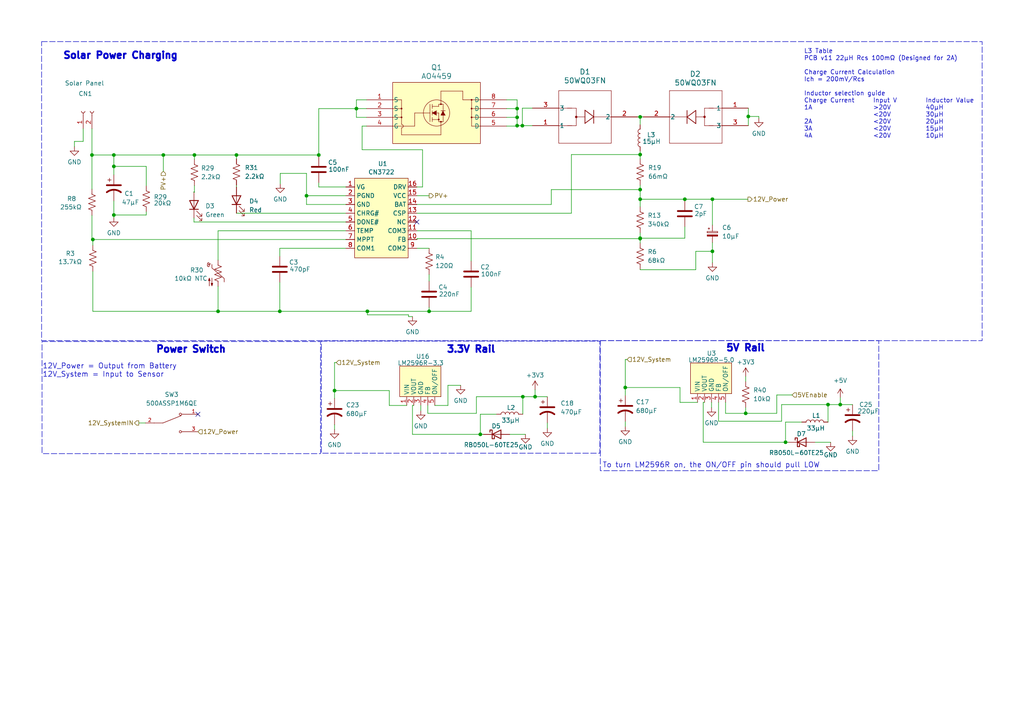
<source format=kicad_sch>
(kicad_sch (version 20230121) (generator eeschema)
  (paper "A4")
  (lib_symbols
    (symbol "500ASSP1M6QE:500ASSP1M6QE" (pin_names (offset 1.016))
      (property "Reference" "S" (at -2.54 5.08 0))
      (property "Value" "500ASSP1M6QE" (at -2.54 -5.08 0))
      (symbol "500ASSP1M6QE_0_0"
        (pin passive line (at 7.62 2.54 180) (length 2.54) (name "~") (number "1"))
        (pin passive line (at -7.62 0 0) (length 2.54) (name "~") (number "2"))
        (pin passive line (at 7.62 -2.54 180) (length 2.54) (name "~") (number "3"))
      )
    )
    (symbol "AO4459:AO4459" (pin_names (offset 0.254))
      (property "Reference" "MOSFET" (at 20.32 10.16 0))
      (property "Value" "AO4459" (at 20.32 7.62 0))
      (symbol "AO4459_1_1"
        (pin unspecified line (at 0 0 0) (length 7.62) (name "S") (number "1"))
        (pin unspecified line (at 0 -2.54 0) (length 7.62) (name "S") (number "2"))
        (pin unspecified line (at 0 -5.08 0) (length 7.62) (name "S") (number "3"))
        (pin unspecified line (at 0 -7.62 0) (length 7.62) (name "G") (number "4"))
        (pin unspecified line (at 40.64 -7.62 180) (length 7.62) (name "D") (number "5"))
        (pin unspecified line (at 40.64 -5.08 180) (length 7.62) (name "D") (number "6"))
        (pin unspecified line (at 40.64 -2.54 180) (length 7.62) (name "D") (number "7"))
        (pin unspecified line (at 40.64 0 180) (length 7.62) (name "D") (number "8"))
      )
    )
    (symbol "Connector:Conn_01x02_Socket" (pin_names (offset 1.016) hide)
      (property "Reference" "J" (at 0 2.54 0))
      (property "Value" "Conn_01x02_Socket" (at 0 -5.08 0))
      (symbol "Conn_01x02_Socket_1_1"
        (pin passive line (at -5.08 0 0) (length 3.81) (name "Pin_1") (number "1"))
        (pin passive line (at -5.08 -2.54 0) (length 3.81) (name "Pin_2") (number "2"))
      )
    )
    (symbol "Custom:CN3722"
      (property "Reference" "U" (at 7.874 1.524 0))
      (symbol "CN3722_1_1"
        (pin input line (at -2.54 -2.54 0) (length 2.54) (name "VG") (number "1"))
        (pin input line (at 18.034 -17.78 180) (length 2.54) (name "FB") (number "10"))
        (pin input line (at 18.034 -15.24 180) (length 2.54) (name "COM3") (number "11"))
        (pin input line (at 18.034 -12.7 180) (length 2.54) (name "NC") (number "12"))
        (pin input line (at 18.034 -10.16 180) (length 2.54) (name "CSP") (number "13"))
        (pin input line (at 18.034 -7.62 180) (length 2.54) (name "BAT") (number "14"))
        (pin input line (at 18.034 -5.08 180) (length 2.54) (name "VCC") (number "15"))
        (pin input line (at 18.034 -2.54 180) (length 2.54) (name "DRV") (number "16"))
        (pin input line (at -2.54 -5.08 0) (length 2.54) (name "PGND") (number "2"))
        (pin input line (at -2.54 -7.62 0) (length 2.54) (name "GND") (number "3"))
        (pin input line (at -2.54 -10.16 0) (length 2.54) (name "CHRG#") (number "4"))
        (pin input line (at -2.54 -12.7 0) (length 2.54) (name "DONE#") (number "5"))
        (pin input line (at -2.54 -15.24 0) (length 2.54) (name "TEMP") (number "6"))
        (pin input line (at -2.54 -17.78 0) (length 2.54) (name "MPPT") (number "7"))
        (pin input line (at -2.54 -20.32 0) (length 2.54) (name "COM1") (number "8"))
        (pin input line (at 18.034 -20.32 180) (length 2.54) (name "COM2") (number "9"))
      )
    )
    (symbol "Custom:LM2596R-3.3"
      (property "Reference" "U" (at 5.842 4.826 0))
      (property "Value" "LM2596R-3.3" (at 5.842 1.524 0))
      (symbol "LM2596R-3.3_1_1"
        (pin input line (at 2.032 -11.43 90) (length 2.54) (name "VIN") (number "1"))
        (pin input line (at 4.064 -11.43 90) (length 2.54) (name "VOUT") (number "2"))
        (pin input line (at 6.096 -11.43 90) (length 2.54) (name "GND") (number "3"))
        (pin input line (at 8.128 -11.43 90) (length 2.54) (name "FB") (number "4"))
        (pin input line (at 10.16 -11.43 90) (length 2.54) (name "ON/OFF") (number "5"))
      )
    )
    (symbol "Device:C" (pin_numbers hide) (pin_names (offset 0.254))
      (property "Reference" "C" (at 0.635 2.54 0))
      (property "Value" "C" (at 0.635 -2.54 0))
      (symbol "C_1_1"
        (pin passive line (at 0 3.81 270) (length 2.794) (name "~") (number "1"))
        (pin passive line (at 0 -3.81 90) (length 2.794) (name "~") (number "2"))
      )
    )
    (symbol "Device:C_Polarized_Small" (pin_numbers hide) (pin_names (offset 0.254) hide)
      (property "Reference" "C" (at 0.254 1.778 0))
      (property "Value" "C_Polarized_Small" (at 0.254 -2.032 0))
      (symbol "C_Polarized_Small_1_1"
        (pin passive line (at 0 2.54 270) (length 1.8542) (name "~") (number "1"))
        (pin passive line (at 0 -2.54 90) (length 1.8542) (name "~") (number "2"))
      )
    )
    (symbol "Device:C_Polarized_US" (pin_numbers hide) (pin_names (offset 0.254) hide)
      (property "Reference" "C" (at 0.635 2.54 0))
      (property "Value" "C_Polarized_US" (at 0.635 -2.54 0))
      (symbol "C_Polarized_US_1_1"
        (pin passive line (at 0 3.81 270) (length 2.794) (name "~") (number "1"))
        (pin passive line (at 0 -3.81 90) (length 3.302) (name "~") (number "2"))
      )
    )
    (symbol "Device:D_Schottky" (pin_numbers hide) (pin_names (offset 1.016) hide)
      (property "Reference" "D" (at 0 2.54 0))
      (property "Value" "D_Schottky" (at 0 -2.54 0))
      (symbol "D_Schottky_1_1"
        (pin passive line (at -3.81 0 0) (length 2.54) (name "K") (number "1"))
        (pin passive line (at 3.81 0 180) (length 2.54) (name "A") (number "2"))
      )
    )
    (symbol "Device:L" (pin_numbers hide) (pin_names (offset 1.016) hide)
      (property "Reference" "L" (at -1.27 0 90))
      (property "Value" "L" (at 1.905 0 90))
      (symbol "L_1_1"
        (pin passive line (at 0 3.81 270) (length 1.27) (name "1") (number "1"))
        (pin passive line (at 0 -3.81 90) (length 1.27) (name "2") (number "2"))
      )
    )
    (symbol "Device:LED" (pin_numbers hide) (pin_names (offset 1.016) hide)
      (property "Reference" "D" (at 0 2.54 0))
      (property "Value" "LED" (at 0 -2.54 0))
      (symbol "LED_1_1"
        (pin passive line (at -3.81 0 0) (length 2.54) (name "K") (number "1"))
        (pin passive line (at 3.81 0 180) (length 2.54) (name "A") (number "2"))
      )
    )
    (symbol "Device:R_US" (pin_numbers hide) (pin_names (offset 0))
      (property "Reference" "R" (at 2.54 0 90))
      (property "Value" "R_US" (at -2.54 0 90))
      (symbol "R_US_1_1"
        (pin passive line (at 0 3.81 270) (length 1.27) (name "~") (number "1"))
        (pin passive line (at 0 -3.81 90) (length 1.27) (name "~") (number "2"))
      )
    )
    (symbol "Device:Thermistor_NTC_US" (pin_numbers hide) (pin_names (offset 0))
      (property "Reference" "TH" (at -4.445 0 90))
      (property "Value" "Thermistor_NTC_US" (at 3.175 0 90))
      (symbol "Thermistor_NTC_US_1_1"
        (pin passive line (at 0 3.81 270) (length 1.27) (name "~") (number "1"))
        (pin passive line (at 0 -3.81 90) (length 1.27) (name "~") (number "2"))
      )
    )
    (symbol "VS50WQ03FN:50WQ03FN" (pin_names (offset 0.254))
      (property "Reference" "U" (at -15.24 15.24 0))
      (property "Value" "50WQ03FN" (at -15.24 10.16 0))
      (symbol "50WQ03FN_0_1"
        (pin unspecified line (at 0 0 180) (length 7.62) (name "1") (number "1"))
        (pin unspecified line (at -30.48 -2.54 0) (length 7.62) (name "2") (number "2"))
        (pin unspecified line (at 0 -5.08 180) (length 7.62) (name "3") (number "3"))
      )
    )
    (symbol "power:+3V3" (power) (pin_names (offset 0))
      (property "Value" "+3V3" (at 0 3.556 0))
      (symbol "+3V3_1_1"
        (pin power_in line (at 0 0 90) (length 0) hide (name "+3V3") (number "1"))
      )
    )
    (symbol "power:+5V" (power) (pin_names (offset 0))
      (property "Value" "+5V" (at 0 3.556 0))
      (symbol "+5V_1_1"
        (pin power_in line (at 0 0 90) (length 0) hide (name "+5V") (number "1"))
      )
    )
    (symbol "power:GND" (power) (pin_names (offset 0))
      (property "Value" "GND" (at 0 -3.81 0))
      (symbol "GND_1_1"
        (pin power_in line (at 0 0 270) (length 0) hide (name "GND") (number "1"))
      )
    )
  )
  (junction (at 33.02 62.357))
  (junction (at 149.987 34.036))
  (junction (at 92.456 44.958))
  (junction (at 149.987 31.496))
  (junction (at 68.58 44.958))
  (junction (at 151.638 115.062))
  (junction (at 26.67 44.958))
  (junction (at 47.371 44.958))
  (junction (at 149.987 36.449))
  (junction (at 227.838 128.27))
  (junction (at 185.674 69.215))
  (junction (at 185.674 69.088))
  (junction (at 240.157 117.348))
  (junction (at 103.378 31.496))
  (junction (at 206.629 72.898))
  (junction (at 151.511 36.449))
  (junction (at 216.281 119.888))
  (junction (at 88.9 56.769))
  (junction (at 33.02 44.958))
  (junction (at 185.674 57.785))
  (junction (at 26.924 69.469))
  (junction (at 198.628 57.785))
  (junction (at 217.043 33.782))
  (junction (at 185.674 54.991))
  (junction (at 106.553 90.297))
  (junction (at 97.028 113.284))
  (junction (at 155.194 115.062))
  (junction (at 56.388 44.958))
  (junction (at 181.356 112.395))
  (junction (at 185.674 33.909))
  (junction (at 33.02 48.26))
  (junction (at 81.153 90.297))
  (junction (at 63.246 90.297))
  (junction (at 185.674 44.831))
  (junction (at 206.629 57.785))
  (junction (at 124.46 90.297))
  (junction (at 139.319 125.984))
  (junction (at 243.713 117.348))
  (no_connect (at 57.404 120.142))
  (no_connect (at 120.904 64.389))
  (wire (pts (xy 26.67 44.958) (xy 26.67 37.338)))
  (wire (pts (xy 203.962 116.713) (xy 204.343 116.713)))
  (wire (pts (xy 206.375 116.713) (xy 206.375 118.237)))
  (wire (pts (xy 206.629 57.785) (xy 206.629 65.278)))
  (wire (pts (xy 181.356 112.395) (xy 197.231 112.395)))
  (wire (pts (xy 103.378 28.956) (xy 103.378 31.496)))
  (wire (pts (xy 229.743 114.554) (xy 225.298 114.554)))
  (wire (pts (xy 181.356 104.267) (xy 181.356 112.395)))
  (wire (pts (xy 33.02 62.357) (xy 33.02 63.119)))
  (wire (pts (xy 120.904 56.769) (xy 124.46 56.769)))
  (wire (pts (xy 56.261 63.246) (xy 56.261 64.389)))
  (wire (pts (xy 217.043 31.369) (xy 217.043 33.782)))
  (wire (pts (xy 216.281 119.888) (xy 216.281 118.237)))
  (wire (pts (xy 26.924 69.469) (xy 100.33 69.469)))
  (wire (pts (xy 181.864 104.267) (xy 181.356 104.267)))
  (wire (pts (xy 119.634 117.602) (xy 120.015 117.602)))
  (wire (pts (xy 129.921 117.602) (xy 126.111 117.602)))
  (wire (pts (xy 185.674 78.232) (xy 201.803 78.232)))
  (wire (pts (xy 26.67 44.958) (xy 33.02 44.958)))
  (wire (pts (xy 146.939 36.576) (xy 149.987 36.576)))
  (wire (pts (xy 185.674 53.721) (xy 185.674 54.991)))
  (wire (pts (xy 33.02 58.293) (xy 33.02 62.357)))
  (wire (pts (xy 88.9 50.292) (xy 88.9 56.769)))
  (wire (pts (xy 139.319 120.142) (xy 139.319 125.984)))
  (wire (pts (xy 68.58 53.721) (xy 68.58 54.229)))
  (wire (pts (xy 208.407 116.713) (xy 208.407 122.174)))
  (wire (pts (xy 33.02 44.958) (xy 47.371 44.958)))
  (wire (pts (xy 68.58 46.101) (xy 68.58 44.958)))
  (wire (pts (xy 136.652 83.312) (xy 136.652 90.297)))
  (wire (pts (xy 33.02 44.958) (xy 33.02 48.26)))
  (wire (pts (xy 185.928 69.215) (xy 185.674 69.215)))
  (wire (pts (xy 97.028 113.284) (xy 97.028 115.57)))
  (wire (pts (xy 185.674 44.831) (xy 185.674 46.101)))
  (wire (pts (xy 217.043 33.782) (xy 220.091 33.782)))
  (wire (pts (xy 42.418 61.468) (xy 42.418 62.357)))
  (wire (pts (xy 155.194 115.062) (xy 158.75 115.062)))
  (wire (pts (xy 185.674 69.215) (xy 185.674 70.485)))
  (wire (pts (xy 216.281 119.888) (xy 225.298 119.888)))
  (wire (pts (xy 138.176 119.888) (xy 138.176 115.062)))
  (wire (pts (xy 185.674 57.785) (xy 198.628 57.785)))
  (wire (pts (xy 56.261 55.753) (xy 56.388 55.753)))
  (wire (pts (xy 26.924 69.469) (xy 26.924 71.12)))
  (wire (pts (xy 100.33 66.929) (xy 63.246 66.929)))
  (wire (pts (xy 106.299 36.576) (xy 105.029 36.576)))
  (wire (pts (xy 226.695 117.348) (xy 240.157 117.348)))
  (wire (pts (xy 227.838 122.428) (xy 227.838 128.27)))
  (wire (pts (xy 159.893 54.991) (xy 185.674 54.991)))
  (wire (pts (xy 119.634 125.984) (xy 139.319 125.984)))
  (wire (pts (xy 63.246 66.929) (xy 63.246 75.438)))
  (wire (pts (xy 227.838 122.428) (xy 232.537 122.428)))
  (wire (pts (xy 206.629 57.785) (xy 216.916 57.785)))
  (wire (pts (xy 247.269 124.968) (xy 247.269 126.492)))
  (wire (pts (xy 198.628 69.088) (xy 185.674 69.088)))
  (wire (pts (xy 100.33 59.309) (xy 88.9 59.309)))
  (wire (pts (xy 151.638 115.062) (xy 155.194 115.062)))
  (wire (pts (xy 225.298 114.554) (xy 225.298 119.888)))
  (wire (pts (xy 105.029 43.434) (xy 122.555 43.434)))
  (wire (pts (xy 208.407 122.174) (xy 226.695 122.174)))
  (wire (pts (xy 159.893 59.309) (xy 159.893 54.991)))
  (wire (pts (xy 139.319 120.142) (xy 144.018 120.142)))
  (wire (pts (xy 56.388 44.958) (xy 56.388 46.228)))
  (wire (pts (xy 24.13 37.338) (xy 24.13 41.021)))
  (wire (pts (xy 149.987 28.956) (xy 149.987 31.496)))
  (wire (pts (xy 47.371 44.958) (xy 56.388 44.958)))
  (wire (pts (xy 185.674 69.215) (xy 185.674 69.088)))
  (wire (pts (xy 103.378 31.496) (xy 103.378 34.036)))
  (wire (pts (xy 26.67 44.958) (xy 26.67 54.864)))
  (wire (pts (xy 197.231 116.713) (xy 202.311 116.713)))
  (wire (pts (xy 119.634 117.602) (xy 119.634 125.984)))
  (wire (pts (xy 216.281 110.617) (xy 216.281 109.22)))
  (wire (pts (xy 92.456 52.959) (xy 92.456 54.229)))
  (wire (pts (xy 198.628 57.785) (xy 206.629 57.785)))
  (wire (pts (xy 112.903 117.602) (xy 117.983 117.602)))
  (wire (pts (xy 56.261 55.753) (xy 56.261 55.626)))
  (wire (pts (xy 217.043 33.782) (xy 217.043 36.449)))
  (wire (pts (xy 122.555 54.229) (xy 120.904 54.229)))
  (wire (pts (xy 201.803 78.232) (xy 201.803 72.898)))
  (wire (pts (xy 201.803 72.898) (xy 206.629 72.898)))
  (wire (pts (xy 165.735 44.831) (xy 165.735 61.849)))
  (wire (pts (xy 185.674 57.785) (xy 185.674 59.944)))
  (wire (pts (xy 97.536 105.156) (xy 97.028 105.156)))
  (wire (pts (xy 81.28 50.292) (xy 81.28 53.34)))
  (wire (pts (xy 197.231 112.395) (xy 197.231 116.713)))
  (wire (pts (xy 138.176 115.062) (xy 151.638 115.062)))
  (wire (pts (xy 129.921 111.76) (xy 129.921 117.602)))
  (wire (pts (xy 88.9 59.309) (xy 88.9 56.769)))
  (wire (pts (xy 56.261 64.389) (xy 100.33 64.389)))
  (wire (pts (xy 33.02 48.26) (xy 33.02 50.673)))
  (wire (pts (xy 181.356 122.301) (xy 181.356 123.698)))
  (wire (pts (xy 103.378 31.496) (xy 92.456 31.496)))
  (wire (pts (xy 92.456 44.958) (xy 92.456 45.339)))
  (wire (pts (xy 210.439 116.713) (xy 210.439 119.888)))
  (wire (pts (xy 147.828 125.984) (xy 152.4 125.984)))
  (wire (pts (xy 151.511 36.449) (xy 149.987 36.449)))
  (wire (pts (xy 118.491 91.821) (xy 119.634 91.821)))
  (wire (pts (xy 103.378 34.036) (xy 106.299 34.036)))
  (wire (pts (xy 185.674 54.991) (xy 185.674 57.785)))
  (wire (pts (xy 149.987 31.496) (xy 149.987 34.036)))
  (wire (pts (xy 42.418 48.26) (xy 42.418 53.848)))
  (wire (pts (xy 240.157 122.428) (xy 240.157 117.348)))
  (wire (pts (xy 185.674 67.564) (xy 185.674 69.088)))
  (wire (pts (xy 105.029 36.576) (xy 105.029 43.434)))
  (wire (pts (xy 220.091 34.29) (xy 220.091 33.782)))
  (wire (pts (xy 203.962 116.713) (xy 203.962 128.27)))
  (wire (pts (xy 198.628 57.785) (xy 198.628 58.166)))
  (wire (pts (xy 26.924 78.74) (xy 26.924 90.297)))
  (wire (pts (xy 124.079 117.602) (xy 124.079 119.888)))
  (wire (pts (xy 47.371 44.958) (xy 47.371 49.657)))
  (wire (pts (xy 226.695 122.174) (xy 226.695 117.348)))
  (wire (pts (xy 155.194 113.03) (xy 155.194 115.062)))
  (wire (pts (xy 63.246 90.297) (xy 81.153 90.297)))
  (wire (pts (xy 81.153 90.297) (xy 106.553 90.297)))
  (wire (pts (xy 81.153 72.009) (xy 100.33 72.009)))
  (wire (pts (xy 243.713 115.316) (xy 243.713 117.348)))
  (wire (pts (xy 124.46 90.297) (xy 106.553 90.297)))
  (wire (pts (xy 97.028 123.19) (xy 97.028 124.587)))
  (wire (pts (xy 106.553 90.297) (xy 106.553 91.313)))
  (wire (pts (xy 240.157 117.348) (xy 243.713 117.348)))
  (wire (pts (xy 124.46 79.629) (xy 124.46 81.534)))
  (wire (pts (xy 181.356 112.395) (xy 181.356 114.681)))
  (wire (pts (xy 198.628 65.786) (xy 198.628 69.088)))
  (wire (pts (xy 112.903 113.284) (xy 112.903 117.602)))
  (wire (pts (xy 106.553 91.313) (xy 118.491 91.313)))
  (wire (pts (xy 122.555 43.434) (xy 122.555 54.229)))
  (wire (pts (xy 92.456 54.229) (xy 100.33 54.229)))
  (wire (pts (xy 26.67 62.484) (xy 26.67 69.469)))
  (wire (pts (xy 26.67 69.469) (xy 26.924 69.469)))
  (wire (pts (xy 26.924 90.297) (xy 63.246 90.297)))
  (wire (pts (xy 210.439 119.888) (xy 216.281 119.888)))
  (wire (pts (xy 206.629 70.358) (xy 206.629 72.898)))
  (wire (pts (xy 56.388 55.753) (xy 56.388 53.848)))
  (wire (pts (xy 68.58 44.958) (xy 92.456 44.958)))
  (wire (pts (xy 122.047 117.602) (xy 122.047 119.126)))
  (wire (pts (xy 185.674 43.815) (xy 185.674 44.831)))
  (wire (pts (xy 151.638 120.142) (xy 151.638 115.062)))
  (wire (pts (xy 118.491 91.313) (xy 118.491 91.821)))
  (wire (pts (xy 56.388 44.958) (xy 68.58 44.958)))
  (wire (pts (xy 136.652 90.297) (xy 124.46 90.297)))
  (wire (pts (xy 149.987 36.449) (xy 149.987 36.576)))
  (wire (pts (xy 81.28 50.292) (xy 88.9 50.292)))
  (wire (pts (xy 21.59 41.021) (xy 21.59 42.545)))
  (wire (pts (xy 146.939 28.956) (xy 149.987 28.956)))
  (wire (pts (xy 92.456 31.496) (xy 92.456 44.958)))
  (wire (pts (xy 97.028 105.156) (xy 97.028 113.284)))
  (wire (pts (xy 151.511 31.369) (xy 151.511 36.449)))
  (wire (pts (xy 139.319 125.984) (xy 140.208 125.984)))
  (wire (pts (xy 97.028 113.284) (xy 112.903 113.284)))
  (wire (pts (xy 227.838 128.27) (xy 228.727 128.27)))
  (wire (pts (xy 68.58 61.849) (xy 100.33 61.849)))
  (wire (pts (xy 151.511 36.449) (xy 154.432 36.449)))
  (wire (pts (xy 81.153 81.915) (xy 81.153 90.297)))
  (wire (pts (xy 236.347 128.27) (xy 240.919 128.27)))
  (wire (pts (xy 184.912 33.909) (xy 185.674 33.909)))
  (wire (pts (xy 149.987 31.496) (xy 146.939 31.496)))
  (wire (pts (xy 120.904 59.309) (xy 159.893 59.309)))
  (wire (pts (xy 88.9 56.769) (xy 100.33 56.769)))
  (wire (pts (xy 42.418 48.26) (xy 33.02 48.26)))
  (wire (pts (xy 121.031 69.342) (xy 120.904 69.342)))
  (wire (pts (xy 103.378 31.496) (xy 106.299 31.496)))
  (wire (pts (xy 124.079 119.888) (xy 138.176 119.888)))
  (wire (pts (xy 185.674 44.831) (xy 165.735 44.831)))
  (wire (pts (xy 185.674 33.909) (xy 185.674 36.195)))
  (wire (pts (xy 81.153 72.009) (xy 81.153 74.295)))
  (wire (pts (xy 151.511 31.369) (xy 154.432 31.369)))
  (wire (pts (xy 63.246 83.058) (xy 63.246 90.297)))
  (wire (pts (xy 121.031 69.215) (xy 185.674 69.215)))
  (wire (pts (xy 206.629 72.898) (xy 206.629 76.2)))
  (wire (pts (xy 106.299 28.956) (xy 103.378 28.956)))
  (wire (pts (xy 42.418 62.357) (xy 33.02 62.357)))
  (wire (pts (xy 120.904 61.849) (xy 165.735 61.849)))
  (wire (pts (xy 243.713 117.348) (xy 247.269 117.348)))
  (wire (pts (xy 120.904 69.342) (xy 120.904 69.469)))
  (wire (pts (xy 121.031 69.215) (xy 121.031 69.342)))
  (wire (pts (xy 149.987 34.036) (xy 149.987 36.449)))
  (wire (pts (xy 158.75 122.682) (xy 158.75 124.206)))
  (wire (pts (xy 133.604 111.76) (xy 129.921 111.76)))
  (wire (pts (xy 203.962 128.27) (xy 227.838 128.27)))
  (wire (pts (xy 120.904 72.009) (xy 124.46 72.009)))
  (wire (pts (xy 185.674 33.909) (xy 186.563 33.909)))
  (wire (pts (xy 136.652 66.929) (xy 136.652 75.692)))
  (wire (pts (xy 146.939 34.036) (xy 149.987 34.036)))
  (wire (pts (xy 24.13 41.021) (xy 21.59 41.021)))
  (wire (pts (xy 185.674 78.232) (xy 185.674 78.105)))
  (wire (pts (xy 120.904 66.929) (xy 136.652 66.929)))
  (wire (pts (xy 124.46 89.154) (xy 124.46 90.297)))
  (wire (pts (xy 40.259 122.682) (xy 42.164 122.682)))
  (rectangle (start 12.192 99.06) (end 92.964 131.572) (stroke (width 0) (type dash)))
  (rectangle (start 12.065 12.065) (end 284.861 98.806) (stroke (width 0) (type dash)))
  (rectangle (start 174.117 98.806) (end 254.889 136.525) (stroke (width 0) (type dash)))
  (rectangle (start 93.218 98.933) (end 173.99 131.445) (stroke (width 0) (type dash)))
  (text "Power Switch" (at 45.085 102.616 0) (effects (font (size 2 2) (thickness 0.508) bold) (justify left bottom)))
  (text "L3 Table\nPCB v11 22µH Rcs 100mΩ (Designed for 2A)\n\nCharge Current Calculation\nIch = 200mV/Rcs\n\nInductor selection guide\nCharge Current	Input V		Inductor Value\n1A 				>20V		40µH\n				<20V		30µH\n2A				<20V		20µH\n3A				<20V		15µH\n4A				<20V		10µH" (at 233.172 40.259 0) (effects (font (size 1.27 1.27)) (justify left bottom)))
  (text "3.3V Rail" (at 129.413 102.616 0) (effects (font (size 2 2) (thickness 0.508) bold) (justify left bottom)))
  (text "12V_Power = Output from Battery\n12V_System = Input to Sensor" (at 12.319 109.601 0) (effects (font (size 1.5 1.5)) (justify left bottom)))
  (text "5V Rail" (at 210.439 102.235 0) (effects (font (size 2 2) (thickness 0.508) bold) (justify left bottom)))
  (text "To turn LM2596R on, the ON/OFF pin should pull LOW\n" (at 174.752 135.89 0) (effects (font (size 1.5 1.5)) (justify left bottom)))
  (text "Solar Power Charging" (at 18.161 17.399 0) (effects (font (size 2 2) (thickness 0.508) bold) (justify left bottom)))
  (hierarchical_label "PV+" (shape output) (at 124.46 56.769 0))
  (hierarchical_label "12V_System" (shape input) (at 181.864 104.267 0))
  (hierarchical_label "12V_Power" (shape output) (at 216.916 57.785 0))
  (hierarchical_label "12V_SystemIN" (shape output) (at 40.259 122.682 180))
  (hierarchical_label "PV+" (shape input) (at 47.371 49.657 270))
  (hierarchical_label "5VEnable" (shape input) (at 229.743 114.554 0))
  (hierarchical_label "12V_System" (shape input) (at 97.536 105.156 0))
  (hierarchical_label "12V_Power" (shape input) (at 57.404 125.222 0))
  (symbol (lib_id "power:+3V3") (at 155.194 113.03 0) (unit 1)
    (property "Reference" "#PWR025" (effects hide))
    (property "Value" "+3V3" (at 155.194 108.839 0))
    (instances (project "Taz Main PCB V1.14" (path "" (reference "#PWR025") (unit 1)) (path "" (reference "#PWR067") (unit 1))))
  )
  (symbol (lib_id "Device:R_US") (at 26.924 74.93 0) (unit 1)
    (property "Reference" "R3" (at 19.05 73.533 0) (effects (justify left)))
    (property "Value" "13.7kΩ" (at 16.891 75.946 0) (effects (justify left)))
    (property "Footprint" "Resistor_SMD:R_0603_1608Metric" (effects hide))
    (property "Manufacturer" "BOURNS" (effects hide))
    (property "MFG Part#" "CR0603-FX-1372ELF" (effects hide))
    (property "Description" "100mW Thick Film Resistor 50V ±100ppm/℃ ±1% 13.7kΩ 0603 Chip Resistor - Surface Mount ROHS" (effects hide))
    (property "Package" "0603" (effects hide))
    (property "LCSC" "C203293" (effects hide))
  )
  (symbol (lib_id "power:GND") (at 152.4 125.984 0) (unit 1)
    (property "Reference" "#PWR023" (effects hide))
    (property "Value" "GND" (at 152.4 129.667 0))
    (instances (project "Taz Main PCB V1.14" (path "" (reference "#PWR023") (unit 1)) (path "" (reference "#PWR066") (unit 1))))
  )
  (symbol (lib_id "AO4459:AO4459") (at 106.299 28.956 0) (unit 1)
    (property "Reference" "Q1" (at 126.619 19.558 0) (effects (font (size 1.524 1.524))))
    (property "Value" "AO4459" (at 126.619 22.098 0) (effects (font (size 1.524 1.524))))
    (property "Footprint" "SO8_SOP-8L_AOS" (effects hide))
    (property "Datasheet" "https://lcsc.com/datasheet/lcsc_datasheet_2410121944_AOS-AO4459_C49047.pdf" (effects hide))
    (property "Manufacturer" "AOS" (effects hide))
    (property "MFG Part#" "AO4459" (effects hide))
    (property "Description" "30V 6.5A 46mΩ@10V,6.5A 1.4V 1 P-Channel SOIC-8 MOSFETs ROHS" (effects hide))
    (property "Package" "SOIC-8" (effects hide))
    (property "LCSC" "C49047" (effects hide))
  )
  (symbol (lib_id "Device:Thermistor_NTC_US") (at 63.246 79.248 0) (unit 1)
    (property "Reference" "R30" (at 55.118 78.359 0) (effects (justify left)))
    (property "Value" "10kΩ NTC" (at 50.546 80.772 0) (effects (justify left)))
    (property "Footprint" "Resistor_SMD:R_0603_1608Metric" (effects hide))
    (property "Manufacturer" "UNI-ROYAL" (effects hide))
    (property "MFG Part#" "0603WAF1002T5E" (effects hide))
    (property "Description" "100mW Thick Film Resistor 75V ±100ppm/℃ ±1% 10kΩ 0603 Chip Resistor - Surface Mount ROHS" (effects hide))
    (property "Package" "0603" (effects hide))
    (property "LCSC" "C25804" (effects hide))
    (instances (project "Taz Main PCB V1.14" (path "" (reference "R30") (unit 1)) (path "" (reference "R2") (unit 1))))
  )
  (symbol (lib_id "Device:C_Polarized_US") (at 158.75 118.872 0) (unit 1)
    (property "Reference" "C18" (at 162.56 116.967 0) (effects (justify left)))
    (property "Value" "470µF" (at 162.56 119.507 0) (effects (justify left)))
    (property "Footprint" "Capacitor_THT:CP_Radial_D10.0mm_P5.00mm" (effects hide))
    (property "Manufacturer" "Rubycon" (effects hide))
    (property "MFG Part#" "35YXJ470M10x16" (effects hide))
    (property "Description" "470uF 35V ±20% Through Hole,D10xL16mm Aluminum Electrolytic Capacitors - Leaded ROHS" (effects hide))
    (property "Package" "Through Hole,D10xL16mm" (effects hide))
    (property "LCSC" "C88732" (effects hide))
  )
  (symbol (lib_id "Device:D_Schottky") (at 232.537 128.27 0) (unit 1)
    (property "Reference" "D7" (at 232.41 125.857 0))
    (property "Value" "RB050L-60TE25" (at 231.013 131.318 0))
    (property "Footprint" "Diode_SMD:D_SMA" (effects hide))
    (property "Manufacturer" "ROHM" (effects hide))
    (property "MFG Part#" "RB050L-60TE25" (effects hide))
    (property "Description" "60V 560mV@3A 3A DO-214AC(SMA) Schottky Diodes ROHS" (effects hide))
    (property "Package" "DO-214AC(SMA)" (effects hide))
    (property "LCSC" "C209642" (effects hide))
  )
  (symbol (lib_id "Connector:Conn_01x02_Socket") (at 24.13 32.258 90) (unit 1)
    (property "Reference" "CN1" (at 24.765 27.178 90))
    (property "Value" "Solar Panel" (at 24.511 24.13 90))
    (property "Footprint" "Connector_JST:JST_XH_S2B-XH-A_1x02_P2.50mm_Horizontal" (effects hide))
    (property "Manufacturer" "BOOMELE(Boom Precision Elec)" (effects hide))
    (property "MFG Part#" "XH-2AW" (effects hide))
    (property "Description" "1x2P 2P XH 2 1 2.5mm Right Angle Through Hole,Right Angle,P=2.5mm Wire To Board Connector ROHS" (effects hide))
    (property "Package" "Through Hole,Right Angle,P=2.5mm" (effects hide))
    (property "LCSC" "C33132" (effects hide))
  )
  (symbol (lib_id "Device:R_US") (at 42.418 57.658 0) (unit 1)
    (property "Reference" "R29" (at 44.577 57.15 0) (effects (justify left)))
    (property "Value" "20kΩ" (at 44.577 58.928 0) (effects (justify left)))
    (property "Footprint" "Resistor_SMD:R_0805_2012Metric" (effects hide))
    (property "Manufacturer" "YAGEO" (effects hide))
    (property "MFG Part#" "RC0805FR-0720KL" (effects hide))
    (property "Description" "125mW Thick Film Resistor 150V ±100ppm/℃ ±1% 20kΩ 0805 Chip Resistor - Surface Mount ROHS" (effects hide))
    (property "Package" "0805" (effects hide))
    (property "LCSC" "C114566" (effects hide))
  )
  (symbol (lib_id "Device:R_US") (at 56.388 50.038 0) (unit 1)
    (property "Reference" "R29" (at 58.293 48.768 0) (effects (justify left)))
    (property "Value" "2.2kΩ" (at 58.293 51.308 0) (effects (justify left)))
    (property "Footprint" "Resistor_SMD:R_0805_2012Metric" (effects hide))
    (property "Manufacturer" "UNI-ROYAL" (effects hide))
    (property "MFG Part#" "0805W8F2201T5E" (effects hide))
    (property "Description" "125mW Thick Film Resistor 150V ±100ppm/℃ ±1% 2.2kΩ 0805 Chip Resistor - Surface Mount ROHS" (effects hide))
    (property "Package" "0805" (effects hide))
    (property "LCSC" "C17520" (effects hide))
  )
  (symbol (lib_id "power:GND") (at 133.604 111.76 0) (unit 1)
    (property "Reference" "#PWR024" (effects hide))
    (property "Value" "GND" (at 133.604 116.205 0))
  )
  (symbol (lib_id "power:GND") (at 33.02 63.119 0) (unit 1)
    (property "Reference" "#PWR01" (effects hide))
    (property "Value" "GND" (at 33.02 67.564 0))
  )
  (symbol (lib_id "Custom:LM2596R-3.3") (at 115.951 106.172 0) (unit 1)
    (property "Reference" "U16" (at 120.65 103.378 0) (effects (justify left)))
    (property "Value" "LM2596R-3.3" (at 115.316 105.283 0) (effects (justify left)))
    (property "Footprint" "Package_TO_SOT_SMD:TO-263-5_TabPin3" (effects hide))
    (property "Datasheet" "https://lcsc.com/datasheet/lcsc_datasheet_2410121342_HTC-LM2596R-3-3_C90690.pdf" (effects hide))
    (property "Manufacturer" "HTC" (effects hide))
    (property "MFG Part#" "LM2596R-3.3" (effects hide))
    (property "Description" "Buck 3A TO-263-5 DC-DC Converters ROHS" (effects hide))
    (property "Package" "TO-263-5" (effects hide))
    (property "LCSC" "C90690" (effects hide))
    (instances (project "Taz Main PCB V1.14" (path "" (reference "U16") (unit 1)) (path "" (reference "U3") (unit 1))))
  )
  (symbol (lib_id "Custom:CN3722") (at 102.87 51.689 0) (unit 1)
    (property "Reference" "U1" (at 110.998 47.498 0))
    (property "Value" "CN3722" (at 110.617 49.911 0))
    (property "Footprint" "Package_SO:TSSOP-16_4.4x5mm_P0.65mm" (effects hide))
    (property "Datasheet" "https://www.mikrocontroller.net/attachment/563792/CN3722-CONSONANCE.pdf" (effects hide))
    (property "Manufacturer" "ShangHai Consonance Elec" (effects hide))
    (property "MFG Part#" "CN3722" (effects hide))
    (property "Description" "7.5V~28V TSSOP-16 Battery Management ROHS" (effects hide))
    (property "Package" "TSSOP-16" (effects hide))
    (property "LCSC" "C77905" (effects hide))
  )
  (symbol (lib_id "power:+5V") (at 243.713 115.316 0) (unit 1)
    (property "Reference" "#PWR068" (effects hide))
    (property "Value" "+5V" (at 243.713 110.363 0))
    (instances (project "Taz Main PCB V1.14" (path "" (reference "#PWR068") (unit 1)) (path "" (reference "#PWR070") (unit 1))))
  )
  (symbol (lib_id "power:GND") (at 220.091 34.29 0) (unit 1)
    (property "Reference" "#PWR06" (effects hide))
    (property "Value" "GND" (at 220.091 38.735 0))
  )
  (symbol (lib_id "Device:C") (at 81.153 78.105 0) (unit 1)
    (property "Reference" "C3" (at 83.82 76.073 0) (effects (justify left)))
    (property "Value" "470pF" (at 83.947 78.105 0) (effects (justify left)))
    (property "Footprint" "Capacitor_SMD:C_0603_1608Metric" (effects hide))
    (property "Manufacturer" "FH" (effects hide))
    (property "MFG Part#" "0603B471K500NT" (effects hide))
    (property "Description" "50V 470pF X7R ±10% 0603 Multilayer Ceramic Capacitors MLCC - SMD/SMT ROHS" (effects hide))
    (property "Package" "0603" (effects hide))
    (property "LCSC" "C1620" (effects hide))
  )
  (symbol (lib_id "Device:LED") (at 68.58 58.039 90) (unit 1)
    (property "Reference" "D4" (at 72.263 58.3565 90) (effects (justify right)))
    (property "Value" "Red" (at 72.263 60.8965 90) (effects (justify right)))
    (property "Footprint" "LED_SMD:LED_0805_2012Metric" (effects hide))
    (property "Datasheet" "https://lcsc.com/datasheet/lcsc_datasheet_2409272203_Foshan-NationStar-Optoelectronics-NCD0805R1_C84256.pdf" (effects hide))
    (property "Manufacturer" "Foshan NationStar Optoelectronics" (effects hide))
    (property "MFG Part#" "NCD0805R1" (effects hide))
    (property "Description" "25mA 67mcd~195mcd -30℃~+85℃ 615nm~630nm Discrete Diode Red 130° 65mW 1.6V~2.6V 0805 LED Indication - Discrete ROHS" (effects hide))
    (property "Package" "0805" (effects hide))
    (property "LCSC" "C84256" (effects hide))
  )
  (symbol (lib_id "Device:D_Schottky") (at 144.018 125.984 0) (unit 1)
    (property "Reference" "D5" (at 143.891 123.571 0))
    (property "Value" "RB050L-60TE25" (at 142.494 129.032 0))
    (property "Footprint" "Diode_SMD:D_SMA" (effects hide))
    (property "Manufacturer" "ROHM" (effects hide))
    (property "MFG Part#" "NCD0805R1" (effects hide))
    (property "Description" "60V 560mV@3A 3A DO-214AC(SMA) Schottky Diodes ROHS" (effects hide))
    (property "Package" "DO-214AC(SMA)" (effects hide))
    (property "LCSC" "C209642" (effects hide))
  )
  (symbol (lib_id "power:GND") (at 247.269 126.492 0) (unit 1)
    (property "Reference" "#PWR071" (effects hide))
    (property "Value" "GND" (at 247.269 130.937 0))
  )
  (symbol (lib_id "Device:R_US") (at 216.281 114.427 0) (unit 1)
    (property "Reference" "R40" (at 218.44 113.157 0) (effects (justify left)))
    (property "Value" "10kΩ" (at 218.44 115.697 0) (effects (justify left)))
    (property "Footprint" "Resistor_SMD:R_0603_1608Metric" (effects hide))
    (property "Manufacturer" "UNI-ROYAL" (effects hide))
    (property "MFG Part#" "0603WAF1002T5E" (effects hide))
    (property "Description" "100mW Thick Film Resistor 75V ±100ppm/℃ ±1% 10kΩ 0603 Chip Resistor - Surface Mount ROHS" (effects hide))
    (property "Package" "0603" (effects hide))
    (property "LCSC" "C25804" (effects hide))
    (instances (project "Taz Main PCB V1.14" (path "" (reference "R40") (unit 1)) (path "" (reference "R7") (unit 1)) (path "" (reference "R40") (unit 1))))
  )
  (symbol (lib_id "power:GND") (at 97.028 124.587 0) (unit 1)
    (property "Reference" "#PWR022" (effects hide))
    (property "Value" "GND" (at 97.028 129.032 0))
    (instances (project "Taz Main PCB V1.14" (path "" (reference "#PWR022") (unit 1)) (path "" (reference "#PWR020") (unit 1))))
  )
  (symbol (lib_id "Device:L") (at 147.828 120.142 90) (unit 1)
    (property "Reference" "L2" (at 148.209 118.237 90))
    (property "Value" "33µH" (at 148.082 121.92 90))
    (property "Footprint" "RootCustomizeFootprint:RootSMD Power Inductors" (effects hide))
    (property "Description" "1.45A 33uH Magnetic Shielded Inductor ±20% SMD,6x6mm Power Inductors ROHS" (effects hide))
    (property "LCSC" "C497840" (effects hide))
    (property "MFG Part#" "YNR6045-330M" (effects hide))
    (property "Manufacturer" "YJYCOIN" (effects hide))
    (property "Package" "SMD,6x6mm" (effects hide))
    (instances (project "Taz Main PCB V1.14" (path "" (reference "L2") (unit 1)) (path "" (reference "L1") (unit 1))))
  )
  (symbol (lib_id "Device:R_US") (at 185.674 63.754 0) (unit 1)
    (property "Reference" "R13" (at 187.833 62.484 0) (effects (justify left)))
    (property "Value" "340kΩ" (at 187.833 65.024 0) (effects (justify left)))
    (property "Footprint" "Resistor_SMD:R_0805_2012Metric" (effects hide))
    (property "Manufacturer" "TyoHM" (effects hide))
    (property "MFG Part#" "RMC0805340K1%N" (effects hide))
    (property "Description" "125mW Thick Film Resistor 150V ±100ppm/℃ ±1% 340kΩ 0805 Chip Resistor - Surface Mount ROHS" (effects hide))
    (property "Package" "0805" (effects hide))
    (property "LCSC" "C269564" (effects hide))
  )
  (symbol (lib_id "Device:LED") (at 56.261 59.436 90) (unit 1)
    (property "Reference" "D3" (at 59.563 59.7535 90) (effects (justify right)))
    (property "Value" "Green" (at 59.563 62.2935 90) (effects (justify right)))
    (property "Footprint" "LED_SMD:LED_0603_1608Metric" (effects hide))
    (property "Manufacturer" "EVERLIGHT" (effects hide))
    (property "MFG Part#" "19-217/GHC-YR1S2/3T" (effects hide))
    (property "Description" "20mA 199mcd Water Clear -40℃~+85℃ 520nm~535nm Emerald Green 120° 110mW 3.3V 0603 LED Indication - Discrete ROHS" (effects hide))
    (property "Package" "0603" (effects hide))
    (property "LCSC" "C72043" (effects hide))
  )
  (symbol (lib_id "500ASSP1M6QE:500ASSP1M6QE") (at 49.784 122.682 0) (unit 1)
    (property "Reference" "SW3" (at 49.784 114.427 0))
    (property "Value" "500ASSP1M6QE" (at 49.784 116.967 0))
    (property "Footprint" "500ASSP1M6QE:SW_500ASSP1M6QE" (effects hide))
    (property "Datasheet" "https://lcsc.com/datasheet/lcsc_datasheet_2111081730_XKB-Connection-SS-12D11L7_C2884775.pdf" (effects hide))
    (property "Manufacturer" "XKB Connection" (effects hide))
    (property "MFG Part#" "SS-12D11L7" (effects hide))
    (property "Description" "Right Angle 3A SPDT 125V Black 10,000 Cycles Through Hole Slide Switches ROHS" (effects hide))
    (property "Package" "Through Hole" (effects hide))
    (property "LCSC" "C2884775" (effects hide))
    (instances (project "Taz Main PCB V1.14" (path "" (reference "SW3") (unit 1)) (path "" (reference "SW3") (unit 1)) (path "" (reference "SW1") (unit 1))))
  )
  (symbol (lib_id "Device:R_US") (at 185.674 49.911 180) (unit 1)
    (property "Reference" "R19" (at 187.96 48.641 0) (effects (justify right)))
    (property "Value" "66mΩ" (at 187.96 51.181 0) (effects (justify right)))
    (property "Footprint" "Resistor_SMD:R_1206_3216Metric" (effects hide))
    (property "Manufacturer" "Milliohm" (effects hide))
    (property "MFG Part#" "HoLLR1206-1W-100mR-1%" (effects hide))
    (property "Description" "1W 100mΩ Surface Mount Current Sense Resistor ±1% 1206 Current Sense Resistors / Shunt Resistors ROHS" (effects hide))
    (property "Package" "1206" (effects hide))
    (property "LCSC" "C2988665" (effects hide))
  )
  (symbol (lib_id "Device:L") (at 185.674 40.005 180) (unit 1)
    (property "Reference" "L3" (at 188.849 39.116 0))
    (property "Value" "15µH" (at 188.976 41.021 0))
    (property "Footprint" "Inductor_SMD:L_Sunlord_MWSA1004S" (effects hide))
    (property "Manufacturer" "cjiang (Changjiang Microelectronics Tech)" (effects hide))
    (property "MFG Part#" "FXL1040-150-M" (effects hide))
    (property "Description" "6.5A 15uH Molded Inductor ±20% 7A SMD,11.5x10mm Power Inductors ROHS" (effects hide))
    (property "Package" "SMD,11.5x10mm" (effects hide))
    (property "LCSC" "C475916" (effects hide))
  )
  (symbol (lib_id "Device:R_US") (at 26.67 58.674 0) (unit 1)
    (property "Reference" "R8" (at 19.431 57.658 0) (effects (justify left)))
    (property "Value" "255kΩ" (at 17.399 60.071 0) (effects (justify left)))
    (property "Footprint" "Resistor_SMD:R_0805_2012Metric" (effects hide))
    (property "Manufacturer" "VO" (effects hide))
    (property "MFG Part#" "SCR0805F255K" (effects hide))
    (property "Description" "125mW Thick Film Resistor 150V ±100ppm/℃ ±1% 255kΩ 0805 Chip Resistor - Surface Mount ROHS" (effects hide))
    (property "Package" "0805" (effects hide))
    (property "LCSC" "C3016493" (effects hide))
  )
  (symbol (lib_id "Device:C_Polarized_US") (at 181.356 118.491 0) (unit 1)
    (property "Reference" "C17" (at 184.404 116.586 0) (effects (justify left)))
    (property "Value" "680µF" (at 184.404 119.126 0) (effects (justify left)))
    (property "Footprint" "Capacitor_THT:CP_Radial_D10.0mm_P5.00mm" (effects hide))
    (property "Manufacturer" "BERYL Electronic Tech" (effects hide))
    (property "MFG Part#" "RC035M681LO10*16TH-2A1E" (effects hide))
    (property "Description" "680uF 35V ±20% 1.25A@100kHz Through Hole,D10xL16mm Aluminum Electrolytic Capacitors - Leaded ROHS" (effects hide))
    (property "Package" "Through Hole,D10xL16mm" (effects hide))
    (property "LCSC" "C357636" (effects hide))
    (instances (project "Taz Main PCB V1.14" (path "" (reference "C17") (unit 1)) (path "" (reference "C33") (unit 1))))
  )
  (symbol (lib_id "Device:L") (at 236.347 122.428 90) (unit 1)
    (property "Reference" "L1" (at 236.728 120.523 90))
    (property "Value" "33µH" (at 236.601 124.206 90))
    (property "Footprint" "RootCustomizeFootprint:RootSMD Power Inductors" (effects hide))
    (property "Description" "1.45A 33uH Magnetic Shielded Inductor ±20% SMD,6x6mm Power Inductors ROHS" (effects hide))
    (property "LCSC" "C497840" (effects hide))
    (property "MFG Part#" "YNR6045-330M" (effects hide))
    (property "Manufacturer" "YJYCOIN" (effects hide))
    (property "Package" "SMD,6x6mm" (effects hide))
    (instances (project "Taz Main PCB V1.14" (path "" (reference "L1") (unit 1)) (path "" (reference "L2") (unit 1))))
  )
  (symbol (lib_id "Device:C") (at 124.46 85.344 0) (unit 1)
    (property "Reference" "C4" (at 127.127 83.312 0) (effects (justify left)))
    (property "Value" "220nF" (at 127.254 85.344 0) (effects (justify left)))
    (property "Footprint" "Capacitor_SMD:C_0603_1608Metric" (effects hide))
    (property "Manufacturer" "Samsung Electro-Mechanics" (effects hide))
    (property "MFG Part#" "CL10B224KA8NNNC" (effects hide))
    (property "Description" "25V 220nF X7R ±10% 0603 Multilayer Ceramic Capacitors MLCC - SMD/SMT ROHS" (effects hide))
    (property "Package" "0603" (effects hide))
    (property "LCSC" "C21120" (effects hide))
  )
  (symbol (lib_id "power:+3V3") (at 216.281 109.22 0) (unit 1)
    (property "Reference" "#PWR070" (effects hide))
    (property "Value" "+3V3" (at 216.281 105.029 0))
    (instances (project "Taz Main PCB V1.14" (path "" (reference "#PWR070") (unit 1)) (path "" (reference "#PWR025") (unit 1))))
  )
  (symbol (lib_id "power:GND") (at 122.047 119.126 0) (unit 1)
    (property "Reference" "#PWR021" (effects hide))
    (property "Value" "GND" (at 122.047 123.571 0))
    (instances (project "Taz Main PCB V1.14" (path "" (reference "#PWR021") (unit 1)) (path "" (reference "#PWR022") (unit 1))))
  )
  (symbol (lib_id "power:GND") (at 81.28 53.34 0) (unit 1)
    (property "Reference" "#PWR03" (effects hide))
    (property "Value" "GND" (at 81.28 57.785 0))
  )
  (symbol (lib_id "power:GND") (at 181.356 123.698 0) (unit 1)
    (property "Reference" "#PWR066" (effects hide))
    (property "Value" "GND" (at 181.356 128.143 0))
    (instances (project "Taz Main PCB V1.14" (path "" (reference "#PWR066") (unit 1)) (path "" (reference "#PWR021") (unit 1))))
  )
  (symbol (lib_id "Device:R_US") (at 68.58 49.911 0) (unit 1)
    (property "Reference" "R31" (at 70.993 48.641 0) (effects (justify left)))
    (property "Value" "2.2kΩ" (at 70.993 51.181 0) (effects (justify left)))
    (property "Footprint" "Resistor_SMD:R_0805_2012Metric" (effects hide))
    (property "Manufacturer" "UNI-ROYAL" (effects hide))
    (property "MFG Part#" "0805W8F2201T5E" (effects hide))
    (property "Description" "125mW Thick Film Resistor 150V ±100ppm/℃ ±1% 2.2kΩ 0805 Chip Resistor - Surface Mount ROHS" (effects hide))
    (property "Package" "0805" (effects hide))
    (property "LCSC" "C17520" (effects hide))
  )
  (symbol (lib_id "power:GND") (at 206.375 118.237 0) (unit 1)
    (property "Reference" "#PWR067" (effects hide))
    (property "Value" "GND" (at 206.375 122.682 0))
    (instances (project "Taz Main PCB V1.14" (path "" (reference "#PWR067") (unit 1)) (path "" (reference "#PWR023") (unit 1))))
  )
  (symbol (lib_id "Device:C") (at 136.652 79.502 0) (unit 1)
    (property "Reference" "C2" (at 139.319 77.47 0) (effects (justify left)))
    (property "Value" "100nF" (at 139.446 79.502 0) (effects (justify left)))
    (property "Footprint" "Capacitor_SMD:C_0603_1608Metric" (effects hide))
    (property "Manufacturer" "YAGEO" (effects hide))
    (property "MFG Part#" "CC0603KRX7R9BB104" (effects hide))
    (property "Description" "50V 100nF X7R ±10% 0603 Multilayer Ceramic Capacitors MLCC - SMD/SMT ROHS" (effects hide))
    (property "Package" "0603" (effects hide))
    (property "LCSC" "C14663" (effects hide))
  )
  (symbol (lib_id "Device:C_Polarized_US") (at 97.028 119.38 0) (unit 1)
    (property "Reference" "C23" (at 100.33 117.475 0) (effects (justify left)))
    (property "Value" "680µF" (at 100.33 120.015 0) (effects (justify left)))
    (property "Footprint" "Capacitor_THT:CP_Radial_D10.0mm_P5.00mm" (effects hide))
    (property "Manufacturer" "BERYL Electronic Tech" (effects hide))
    (property "MFG Part#" "RC035M681LO10*16TH-2A1E" (effects hide))
    (property "Description" "680uF 35V ±20% 1.25A@100kHz Through Hole,D10xL16mm Aluminum Electrolytic Capacitors - Leaded ROHS" (effects hide))
    (property "Package" "Through Hole,D10xL16mm" (effects hide))
    (property "LCSC" "C357636" (effects hide))
  )
  (symbol (lib_id "Device:C_Polarized_US") (at 247.269 121.158 0) (unit 1)
    (property "Reference" "C25" (at 249.174 117.348 0) (effects (justify left)))
    (property "Value" "220µF" (at 248.666 119.253 0) (effects (justify left)))
    (property "Footprint" "Capacitor_SMD:CP_Elec_8x10.5" (effects hide))
    (property "Manufacturer" "KNSCHA" (effects hide))
    (property "MFG Part#" "RST220UF35V022" (effects hide))
    (property "Description" "220uF 35V 190mA@120Hz ±20% SMD,D8xL10.5mm Aluminum Electrolytic Capacitors - SMD ROHS" (effects hide))
    (property "Package" "SMD,D8xL10.5mm" (effects hide))
    (property "LCSC" "C4747976" (effects hide))
    (instances (project "Taz Main PCB V1.14" (path "" (reference "C25") (unit 1)) (path "" (reference "C35") (unit 1))))
  )
  (symbol (lib_id "Device:R_US") (at 124.46 75.819 0) (unit 1)
    (property "Reference" "R4" (at 126.238 74.549 0) (effects (justify left)))
    (property "Value" "120Ω" (at 126.238 77.089 0) (effects (justify left)))
    (property "Footprint" "Resistor_SMD:R_0603_1608Metric" (effects hide))
    (property "Manufacturer" "UNI-ROYAL" (effects hide))
    (property "MFG Part#" "0603WAF1200T5E" (effects hide))
    (property "Description" "100mW Thick Film Resistor 75V ±100ppm/℃ ±1% 120Ω 0603 Chip Resistor - Surface Mount ROHS" (effects hide))
    (property "Package" "0603" (effects hide))
    (property "LCSC" "C22787" (effects hide))
  )
  (symbol (lib_id "VS50WQ03FN:50WQ03FN") (at 217.043 31.369 0) (unit 1)
    (property "Reference" "D2" (at 200.025 21.463 0) (effects (font (size 1.524 1.524)) (justify left)))
    (property "Value" "50WQ03FN" (at 195.58 24.003 0) (effects (font (size 1.524 1.524)) (justify left)))
    (property "Footprint" "DPAK_VIS" (effects hide))
    (property "Datasheet" "https://lcsc.com/datasheet/lcsc_datasheet_2410121839_VISHAY-VS-50WQ03FN-M3_C222476.pdf" (effects hide))
    (property "Manufacturer" "VISHAY" (effects hide))
    (property "MFG Part#" "VS-50WQ03FN-M3" (effects hide))
    (property "Description" "5.5A 30V TO-252-2 Fast Recovery / High Efficiency Diodes ROHS" (effects hide))
    (property "Package" "TO-252-2" (effects hide))
    (property "LCSC" "C222476" (effects hide))
  )
  (symbol (lib_id "power:GND") (at 158.75 124.206 0) (unit 1)
    (property "Reference" "#PWR020" (effects hide))
    (property "Value" "GND" (at 158.75 128.651 0))
    (instances (project "Taz Main PCB V1.14" (path "" (reference "#PWR020") (unit 1)) (path "" (reference "#PWR068") (unit 1))))
  )
  (symbol (lib_id "Device:R_US") (at 185.674 74.295 0) (unit 1)
    (property "Reference" "R6" (at 187.833 73.025 0) (effects (justify left)))
    (property "Value" "68kΩ" (at 187.833 75.565 0) (effects (justify left)))
    (property "Footprint" "Resistor_SMD:R_0603_1608Metric" (effects hide))
    (property "Manufacturer" "Walsin" (effects hide))
    (property "MFG Part#" "WR06X6802FTL" (effects hide))
    (property "Description" "100mW Thick Film Resistor 75V ±100ppm/℃ ±1% 68kΩ 0603 Chip Resistor - Surface Mount ROHS" (effects hide))
    (property "Package" "0603" (effects hide))
    (property "LCSC" "C163940" (effects hide))
  )
  (symbol (lib_id "power:GND") (at 206.629 76.2 0) (unit 1)
    (property "Reference" "#PWR05" (effects hide))
    (property "Value" "GND" (at 206.629 80.645 0))
  )
  (symbol (lib_id "Custom:LM2596R-3.3") (at 200.279 105.283 0) (unit 1)
    (property "Reference" "U3" (at 204.978 102.489 0) (effects (justify left)))
    (property "Value" "LM2596R-5.0" (at 199.644 104.394 0) (effects (justify left)))
    (property "Footprint" "Package_TO_SOT_SMD:TO-263-5_TabPin3" (effects hide))
    (property "Datasheet" "https://lcsc.com/datasheet/lcsc_datasheet_2410121342_HTC-LM2596R-5-0_C77782.pdf" (effects hide))
    (property "Manufacturer" "HTC" (effects hide))
    (property "MFG Part#" "LM2596R-5.0" (effects hide))
    (property "Description" "Buck 3A TO-263-5 DC-DC Converters ROHS" (effects hide))
    (property "Package" "TO-263-5" (effects hide))
    (property "LCSC" "C77782" (effects hide))
    (instances (project "Taz Main PCB V1.14" (path "" (reference "U3") (unit 1)) (path "" (reference "U10") (unit 1))))
  )
  (symbol (lib_id "VS50WQ03FN:50WQ03FN") (at 154.432 36.449 180) (unit 1)
    (property "Reference" "D1" (at 169.672 20.828 0) (effects (font (size 1.524 1.524))))
    (property "Value" "50WQ03FN" (at 169.672 23.368 0) (effects (font (size 1.524 1.524))))
    (property "Footprint" "DPAK_VIS" (effects hide))
    (property "Datasheet" "https://lcsc.com/datasheet/lcsc_datasheet_2410121839_VISHAY-VS-50WQ03FN-M3_C222476.pdf" (effects hide))
    (property "Manufacturer" "VISHAY" (effects hide))
    (property "MFG Part#" "VS-50WQ03FN-M3" (effects hide))
    (property "Description" "5.5A 30V TO-252-2 Fast Recovery / High Efficiency Diodes ROHS" (effects hide))
    (property "Package" "TO-252-2" (effects hide))
    (property "LCSC" "C222476" (effects hide))
  )
  (symbol (lib_id "Device:C") (at 198.628 61.976 0) (unit 1)
    (property "Reference" "C7" (at 201.295 59.944 0) (effects (justify left)))
    (property "Value" "2pF" (at 201.422 61.976 0) (effects (justify left)))
    (property "Footprint" "Capacitor_SMD:C_0402_1005Metric" (effects hide))
    (property "Manufacturer" "FH" (effects hide))
    (property "MFG Part#" "0402CG2R0C500NT" (effects hide))
    (property "Description" "50V 2pF C0G 0402 Multilayer Ceramic Capacitors MLCC - SMD/SMT ROHS" (effects hide))
    (property "Package" "0402" (effects hide))
    (property "LCSC" "C1558" (effects hide))
  )
  (symbol (lib_id "Device:C_Polarized_Small") (at 206.629 67.818 0) (unit 1)
    (property "Reference" "C6" (at 209.423 66.0019 0) (effects (justify left)))
    (property "Value" "10µF" (at 209.423 68.5419 0) (effects (justify left)))
    (property "Footprint" "TR3B106K025C1300:CAP_TR3B_VIS-M" (effects hide))
    (property "Manufacturer" "CEC(Shenzhen Zhenhua XinYun Elec)" (effects hide))
    (property "MFG Part#" "CA45-B-25V-10uF-K" (effects hide))
    (property "Description" "10uF 25V 6Ω@100kHz ±10% CASE-B-3528-19(mm) Tantalum Capacitors ROHS" (effects hide))
    (property "Package" "CASE-B-3528-19(mm)" (effects hide))
    (property "LCSC" "C128259" (effects hide))
  )
  (symbol (lib_id "power:GND") (at 240.919 128.27 0) (unit 1)
    (property "Reference" "#PWR069" (effects hide))
    (property "Value" "GND" (at 240.919 131.953 0))
  )
  (symbol (lib_id "Device:C") (at 92.456 49.149 0) (unit 1)
    (property "Reference" "C5" (at 95.123 47.117 0) (effects (justify left)))
    (property "Value" "100nF" (at 95.25 49.149 0) (effects (justify left)))
    (property "Footprint" "Capacitor_SMD:C_0603_1608Metric" (effects hide))
    (property "Manufacturer" "YAGEO" (effects hide))
    (property "MFG Part#" "CC0603KRX7R9BB104" (effects hide))
    (property "Description" "50V 100nF X7R ±10% 0603 Multilayer Ceramic Capacitors MLCC - SMD/SMT ROHS" (effects hide))
    (property "Package" "0603" (effects hide))
    (property "LCSC" "C14663" (effects hide))
  )
  (symbol (lib_id "power:GND") (at 21.59 42.545 0) (unit 1)
    (property "Reference" "#PWR02" (effects hide))
    (property "Value" "GND" (at 21.59 46.99 0))
  )
  (symbol (lib_id "power:GND") (at 119.634 91.821 0) (unit 1)
    (property "Reference" "#PWR04" (effects hide))
    (property "Value" "GND" (at 119.634 96.266 0))
  )
  (symbol (lib_id "Device:C_Polarized_US") (at 33.02 54.483 0) (unit 1)
    (property "Reference" "C1" (at 36.068 56.134 0) (effects (justify left)))
    (property "Value" "47µF" (at 35.306 58.674 0) (effects (justify left)))
    (property "Footprint" "Capacitor_SMD:CP_Elec_6.3x7.7" (effects hide))
    (property "Manufacturer" "Honor Elec" (effects hide))
    (property "MFG Part#" "RVT1H470M0607" (effects hide))
    (property "Description" "47uF 50V 60mA@120Hz ±20% SMD,D6.3xL7.7mm Aluminum Electrolytic Capacitors - SMD ROHS" (effects hide))
    (property "Package" "SMD,D6.3xL7.7mm" (effects hide))
    (property "LCSC" "C3349" (effects hide))
  )
)
</source>
